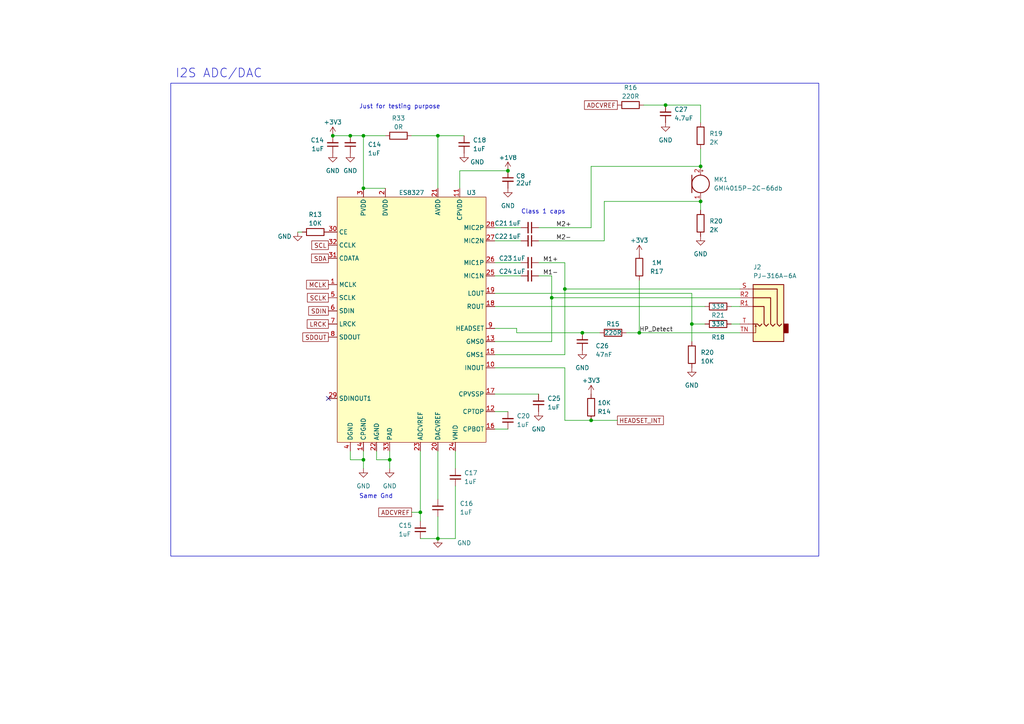
<source format=kicad_sch>
(kicad_sch (version 20230121) (generator eeschema)
  (paper "A4")
  (lib_symbols
    (symbol "Audio:ES8327"
      (property "Reference" "U" (at 0 12.7 0))
      (symbol "ES8327_1_1"
        (rectangle (start -21.59 11.43) (end 21.59 -59.69) (fill (type background)))
        (pin input line (at -24.13 -13.97 0) (length 2.54) (name "MCLK") (number "1"))
        (pin output line (at 24.13 -38.1 180) (length 2.54) (name "INOUT") (number "10"))
        (pin power_in line (at 13.97 13.97 270) (length 2.54) (name "CPVDD") (number "11"))
        (pin power_in line (at 24.13 -50.8 180) (length 2.54) (name "CPTOP") (number "12"))
        (pin input line (at 24.13 -30.48 180) (length 2.54) (name "GMS0") (number "13"))
        (pin power_in line (at -13.97 -62.23 90) (length 2.54) (name "CPGND") (number "14"))
        (pin input line (at 24.13 -34.29 180) (length 2.54) (name "GMS1") (number "15"))
        (pin power_in line (at 24.13 -55.88 180) (length 2.54) (name "CPBOT") (number "16"))
        (pin power_in line (at 24.13 -45.72 180) (length 2.54) (name "CPVSSP") (number "17"))
        (pin output line (at 24.13 -20.32 180) (length 2.54) (name "ROUT") (number "18"))
        (pin output line (at 24.13 -16.51 180) (length 2.54) (name "LOUT") (number "19"))
        (pin power_in line (at -7.62 13.97 270) (length 2.54) (name "DVDD") (number "2"))
        (pin power_in line (at 7.62 -62.23 90) (length 2.54) (name "DACVREF") (number "20"))
        (pin power_in line (at 7.62 13.97 270) (length 2.54) (name "AVDD") (number "21"))
        (pin power_in line (at -10.16 -62.23 90) (length 2.54) (name "AGND") (number "22"))
        (pin power_in line (at 2.54 -62.23 90) (length 2.54) (name "ADCVREF") (number "23"))
        (pin power_in line (at 12.7 -62.23 90) (length 2.54) (name "VMID") (number "24"))
        (pin input line (at 24.13 -11.43 180) (length 2.54) (name "MIC1N") (number "25"))
        (pin input line (at 24.13 -7.62 180) (length 2.54) (name "MIC1P") (number "26"))
        (pin input line (at 24.13 -1.27 180) (length 2.54) (name "MIC2N") (number "27"))
        (pin input line (at 24.13 2.54 180) (length 2.54) (name "MIC2P") (number "28"))
        (pin output line (at -24.13 -46.99 0) (length 2.54) (name "SDINOUT1") (number "29"))
        (pin power_in line (at -13.97 13.97 270) (length 2.54) (name "PVDD") (number "3"))
        (pin input line (at -24.13 1.27 0) (length 2.54) (name "CE") (number "30"))
        (pin input line (at -24.13 -6.35 0) (length 2.54) (name "CDATA") (number "31"))
        (pin input line (at -24.13 -2.54 0) (length 2.54) (name "CCLK") (number "32"))
        (pin power_in line (at -6.35 -62.23 90) (length 2.54) (name "PAD") (number "33"))
        (pin power_in line (at -17.78 -62.23 90) (length 2.54) (name "DGND") (number "4"))
        (pin input line (at -24.13 -17.78 0) (length 2.54) (name "SCLK") (number "5"))
        (pin input line (at -24.13 -21.59 0) (length 2.54) (name "SDIN") (number "6"))
        (pin input line (at -24.13 -25.4 0) (length 2.54) (name "LRCK") (number "7"))
        (pin output line (at -24.13 -29.21 0) (length 2.54) (name "SDOUT") (number "8"))
        (pin input line (at 24.13 -26.67 180) (length 2.54) (name "HEADSET") (number "9"))
      )
    )
    (symbol "Connector_Audio:AudioJack4_SwitchT1"
      (property "Reference" "J" (at 0 11.43 0))
      (property "Value" "AudioJack4_SwitchT1" (at 0 8.89 0))
      (symbol "AudioJack4_SwitchT1_0_1"
        (rectangle (start -7.62 -5.08) (end -8.89 -7.62) (stroke (width 0.254)) (fill (type outline)))
        (polyline (pts (xy 1.27 -5.08) (xy 2.54 -5.08)))
        (polyline (pts (xy 1.27 2.54) (xy 2.54 2.54)))
        (polyline (pts (xy 2.54 0) (xy 1.27 0)))
        (polyline (pts (xy 2.54 5.08) (xy 1.27 5.08)))
        (rectangle (start 1.27 6.35) (end -7.62 -10.16) (stroke (width 0.254)) (fill (type background)))
      )
      (symbol "AudioJack4_SwitchT1_1_1"
        (polyline (pts (xy 0.508 -5.334) (xy 0.762 -5.842)))
        (polyline (pts (xy -1.27 -5.08) (xy -0.635 -5.715) (xy 0 -5.08) (xy 1.27 -5.08)) (stroke (width 0.254)))
        (polyline (pts (xy 2.54 -7.62) (xy 0.508 -7.62) (xy 0.508 -5.334) (xy 0.254 -5.842)))
        (polyline (pts (xy -3.175 -5.08) (xy -2.54 -5.715) (xy -1.905 -5.08) (xy -1.905 0) (xy 1.27 0)) (stroke (width 0.254)))
        (polyline (pts (xy 1.27 2.54) (xy -3.81 2.54) (xy -3.81 -5.08) (xy -4.445 -5.715) (xy -5.08 -5.08)) (stroke (width 0.254)))
        (polyline (pts (xy 1.27 5.08) (xy -5.715 5.08) (xy -5.715 -5.08) (xy -6.35 -5.715) (xy -6.985 -5.08)) (stroke (width 0.254)))
        (pin passive line (at 5.08 0 180) (length 2.54) (name "~") (number "R1"))
        (pin passive line (at 5.08 2.54 180) (length 2.54) (name "~") (number "R2"))
        (pin passive line (at 5.08 5.08 180) (length 2.54) (name "~") (number "S"))
        (pin passive line (at 5.08 -5.08 180) (length 2.54) (name "~") (number "T"))
        (pin passive line (at 5.08 -7.62 180) (length 2.54) (name "~") (number "TN"))
      )
    )
    (symbol "Device:C_Small" (pin_numbers hide) (pin_names (offset 0.254) hide)
      (property "Reference" "C" (at 0.254 1.778 0))
      (property "Value" "C_Small" (at 0.254 -2.032 0))
      (symbol "C_Small_0_1"
        (polyline (pts (xy -1.524 -0.508) (xy 1.524 -0.508)) (stroke (width 0.3302)))
        (polyline (pts (xy -1.524 0.508) (xy 1.524 0.508)) (stroke (width 0.3048)))
      )
      (symbol "C_Small_1_1"
        (pin passive line (at 0 2.54 270) (length 2.032) (name "~") (number "1"))
        (pin passive line (at 0 -2.54 90) (length 2.032) (name "~") (number "2"))
      )
    )
    (symbol "Device:Microphone" (pin_names (offset 0.0254) hide)
      (property "Reference" "MK" (at -3.81 1.27 0))
      (property "Value" "Microphone" (at -3.81 -0.635 0))
      (symbol "Microphone_0_1"
        (polyline (pts (xy -2.54 2.54) (xy -2.54 -2.54)) (stroke (width 0.254)))
        (polyline (pts (xy 0.254 3.81) (xy 0.762 3.81)))
        (polyline (pts (xy 0.508 4.064) (xy 0.508 3.556)))
        (circle (center 0 0) (radius 2.54) (stroke (width 0.254)))
      )
      (symbol "Microphone_1_1"
        (pin passive line (at 0 -5.08 90) (length 2.54) (name "-") (number "1"))
        (pin passive line (at 0 5.08 270) (length 2.54) (name "+") (number "2"))
      )
    )
    (symbol "Device:R" (pin_numbers hide) (pin_names (offset 0))
      (property "Reference" "R" (at 2.032 0 90))
      (property "Value" "R" (at 0 0 90))
      (symbol "R_0_1"
        (rectangle (start -1.016 -2.54) (end 1.016 2.54) (stroke (width 0.254)))
      )
      (symbol "R_1_1"
        (pin passive line (at 0 3.81 270) (length 1.27) (name "~") (number "1"))
        (pin passive line (at 0 -3.81 90) (length 1.27) (name "~") (number "2"))
      )
    )
    (symbol "power:+1V8" (power) (pin_names (offset 0))
      (property "Value" "+1V8" (at 0 3.556 0))
      (symbol "+1V8_0_1"
        (polyline (pts (xy -0.762 1.27) (xy 0 2.54)))
        (polyline (pts (xy 0 0) (xy 0 2.54)))
        (polyline (pts (xy 0 2.54) (xy 0.762 1.27)))
      )
      (symbol "+1V8_1_1"
        (pin power_in line (at 0 0 90) (length 0) hide (name "+1V8") (number "1"))
      )
    )
    (symbol "power:+3V3" (power) (pin_names (offset 0))
      (property "Value" "+3V3" (at 0 3.556 0))
      (symbol "+3V3_0_1"
        (polyline (pts (xy -0.762 1.27) (xy 0 2.54)))
        (polyline (pts (xy 0 0) (xy 0 2.54)))
        (polyline (pts (xy 0 2.54) (xy 0.762 1.27)))
      )
      (symbol "+3V3_1_1"
        (pin power_in line (at 0 0 90) (length 0) hide (name "+3V3") (number "1"))
      )
    )
    (symbol "power:GND" (power) (pin_names (offset 0))
      (property "Value" "GND" (at 0 -3.81 0))
      (symbol "GND_0_1"
        (polyline (pts (xy 0 0) (xy 0 -1.27) (xy 1.27 -1.27) (xy 0 -2.54) (xy -1.27 -1.27) (xy 0 -1.27)))
      )
      (symbol "GND_1_1"
        (pin power_in line (at 0 0 270) (length 0) hide (name "GND") (number "1"))
      )
    )
  )
  (junction (at 185.42 96.52))
  (junction (at 105.41 133.35))
  (junction (at 163.83 83.82))
  (junction (at 121.92 148.59))
  (junction (at 101.6 39.37))
  (junction (at 171.45 121.92))
  (junction (at 96.52 39.37))
  (junction (at 127 39.37))
  (junction (at 160.02 86.36))
  (junction (at 105.41 39.37))
  (junction (at 127 156.21))
  (junction (at 168.91 96.52))
  (junction (at 203.2 58.42))
  (junction (at 203.2 48.26))
  (junction (at 193.04 30.48))
  (junction (at 105.41 54.61))
  (junction (at 113.03 133.35))
  (junction (at 147.32 49.53))
  (junction (at 200.66 93.98))
  (no_connect (at 95.25 115.57))
  (wire (pts (xy 119.38 39.37) (xy 127 39.37)))
  (wire (pts (xy 127 130.81) (xy 127 144.78)))
  (wire (pts (xy 151.13 66.04) (xy 143.51 66.04)))
  (wire (pts (xy 143.51 114.3) (xy 156.21 114.3)))
  (wire (pts (xy 105.41 39.37) (xy 111.76 39.37)))
  (wire (pts (xy 101.6 130.81) (xy 101.6 133.35)))
  (wire (pts (xy 171.45 121.92) (xy 179.07 121.92)))
  (wire (pts (xy 121.92 148.59) (xy 121.92 151.13)))
  (wire (pts (xy 113.03 130.81) (xy 113.03 133.35)))
  (wire (pts (xy 171.45 48.26) (xy 171.45 66.04)))
  (wire (pts (xy 203.2 30.48) (xy 193.04 30.48)))
  (wire (pts (xy 143.51 88.9) (xy 204.47 88.9)))
  (wire (pts (xy 151.13 76.2) (xy 143.51 76.2)))
  (wire (pts (xy 96.52 39.37) (xy 101.6 39.37)))
  (wire (pts (xy 156.21 69.85) (xy 175.26 69.85)))
  (wire (pts (xy 163.83 83.82) (xy 163.83 76.2)))
  (wire (pts (xy 160.02 86.36) (xy 160.02 99.06)))
  (wire (pts (xy 143.51 102.87) (xy 163.83 102.87)))
  (wire (pts (xy 200.66 93.98) (xy 200.66 99.06)))
  (wire (pts (xy 203.2 60.96) (xy 203.2 58.42)))
  (wire (pts (xy 149.86 96.52) (xy 149.86 95.25)))
  (wire (pts (xy 163.83 83.82) (xy 214.63 83.82)))
  (wire (pts (xy 109.22 130.81) (xy 109.22 133.35)))
  (wire (pts (xy 163.83 102.87) (xy 163.83 83.82)))
  (wire (pts (xy 175.26 69.85) (xy 175.26 58.42)))
  (wire (pts (xy 171.45 66.04) (xy 156.21 66.04)))
  (wire (pts (xy 105.41 54.61) (xy 105.41 39.37)))
  (wire (pts (xy 163.83 106.68) (xy 163.83 121.92)))
  (wire (pts (xy 143.51 124.46) (xy 147.32 124.46)))
  (wire (pts (xy 156.21 80.01) (xy 160.02 80.01)))
  (wire (pts (xy 119.38 148.59) (xy 121.92 148.59)))
  (wire (pts (xy 105.41 54.61) (xy 111.76 54.61)))
  (wire (pts (xy 109.22 133.35) (xy 113.03 133.35)))
  (wire (pts (xy 121.92 130.81) (xy 121.92 148.59)))
  (wire (pts (xy 86.36 67.31) (xy 87.63 67.31)))
  (wire (pts (xy 121.92 156.21) (xy 127 156.21)))
  (wire (pts (xy 160.02 86.36) (xy 214.63 86.36)))
  (wire (pts (xy 181.61 96.52) (xy 185.42 96.52)))
  (wire (pts (xy 186.69 30.48) (xy 193.04 30.48)))
  (wire (pts (xy 203.2 35.56) (xy 203.2 30.48)))
  (wire (pts (xy 105.41 133.35) (xy 105.41 135.89)))
  (wire (pts (xy 173.99 96.52) (xy 168.91 96.52)))
  (wire (pts (xy 200.66 93.98) (xy 200.66 85.09)))
  (wire (pts (xy 127 149.86) (xy 127 156.21)))
  (wire (pts (xy 160.02 80.01) (xy 160.02 86.36)))
  (wire (pts (xy 134.62 39.37) (xy 127 39.37)))
  (wire (pts (xy 204.47 93.98) (xy 200.66 93.98)))
  (wire (pts (xy 212.09 88.9) (xy 214.63 88.9)))
  (wire (pts (xy 175.26 58.42) (xy 203.2 58.42)))
  (wire (pts (xy 163.83 121.92) (xy 171.45 121.92)))
  (wire (pts (xy 163.83 76.2) (xy 156.21 76.2)))
  (wire (pts (xy 151.13 80.01) (xy 143.51 80.01)))
  (wire (pts (xy 185.42 96.52) (xy 214.63 96.52)))
  (wire (pts (xy 203.2 48.26) (xy 171.45 48.26)))
  (wire (pts (xy 185.42 96.52) (xy 185.42 81.28)))
  (wire (pts (xy 143.51 106.68) (xy 163.83 106.68)))
  (wire (pts (xy 132.08 156.21) (xy 127 156.21)))
  (wire (pts (xy 149.86 95.25) (xy 143.51 95.25)))
  (wire (pts (xy 101.6 133.35) (xy 105.41 133.35)))
  (wire (pts (xy 212.09 93.98) (xy 214.63 93.98)))
  (wire (pts (xy 133.35 49.53) (xy 133.35 54.61)))
  (wire (pts (xy 147.32 49.53) (xy 133.35 49.53)))
  (wire (pts (xy 200.66 85.09) (xy 143.51 85.09)))
  (wire (pts (xy 143.51 119.38) (xy 147.32 119.38)))
  (wire (pts (xy 127 39.37) (xy 127 54.61)))
  (wire (pts (xy 105.41 133.35) (xy 105.41 130.81)))
  (wire (pts (xy 151.13 69.85) (xy 143.51 69.85)))
  (wire (pts (xy 203.2 43.18) (xy 203.2 48.26)))
  (wire (pts (xy 132.08 140.97) (xy 132.08 156.21)))
  (wire (pts (xy 132.08 130.81) (xy 132.08 135.89)))
  (wire (pts (xy 101.6 39.37) (xy 105.41 39.37)))
  (wire (pts (xy 160.02 99.06) (xy 143.51 99.06)))
  (wire (pts (xy 113.03 133.35) (xy 113.03 135.89)))
  (wire (pts (xy 168.91 96.52) (xy 149.86 96.52)))
  (rectangle (start 49.53 24.13) (end 237.49 161.29))
  (text "Same Gnd" (at 104.14 144.78 0) (effects (font (size 1.27 1.27)) (justify left bottom)))
  (text "Just for testing purpose" (at 104.14 31.75 0) (effects (font (size 1.27 1.27)) (justify left bottom)))
  (text "Class 1 caps" (at 151.13 62.23 0) (effects (font (size 1.27 1.27)) (justify left bottom)))
  (text "I2S ADC/DAC\n" (at 50.8 22.86 0) (effects (font (size 2.54 2.54)) (justify left bottom)))
  (label "HP_Detect" (at 185.42 96.52 0))
  (label "M1-" (at 157.48 80.01 0))
  (label "M2-" (at 161.29 69.85 0))
  (label "M1+" (at 157.48 76.2 0))
  (label "M2+" (at 161.29 66.04 0))
  (global_label "LRCK" (shape passive) (at 95.25 93.98 180) (property "Intersheetrefs" "${INTERSHEET_REFS}" (effects hide)))
  (global_label "SCL" (shape passive) (at 95.25 71.12 180) (property "Intersheetrefs" "${INTERSHEET_REFS}" (effects hide)))
  (global_label "SCLK" (shape passive) (at 95.25 86.36 180) (property "Intersheetrefs" "${INTERSHEET_REFS}" (effects hide)))
  (global_label "SDIN" (shape passive) (at 95.25 90.17 180) (property "Intersheetrefs" "${INTERSHEET_REFS}" (effects hide)))
  (global_label "ADCVREF" (shape passive) (at 119.38 148.59 180) (property "Intersheetrefs" "${INTERSHEET_REFS}" (effects hide)))
  (global_label "HEADSET_INT" (shape passive) (at 179.07 121.92 0) (property "Intersheetrefs" "${INTERSHEET_REFS}" (effects hide)))
  (global_label "SDA" (shape passive) (at 95.25 74.93 180) (property "Intersheetrefs" "${INTERSHEET_REFS}" (effects hide)))
  (global_label "ADCVREF" (shape passive) (at 179.07 30.48 180) (property "Intersheetrefs" "${INTERSHEET_REFS}" (effects hide)))
  (global_label "SDOUT" (shape passive) (at 95.25 97.79 180) (property "Intersheetrefs" "${INTERSHEET_REFS}" (effects hide)))
  (global_label "MCLK" (shape passive) (at 95.25 82.55 180) (property "Intersheetrefs" "${INTERSHEET_REFS}" (effects hide)))
  (symbol (lib_id "Device:R") (at 208.28 93.98 90) (unit 1)
    (property "Reference" "R18" (at 208.28 97.79 90))
    (property "Value" "33R" (at 208.28 93.98 90))
    (property "Footprint" "Resistor_SMD:R_0402_1005Metric" (effects hide))
    (instances (project "Music_32_V2" (path "" (reference "R18") (unit 1))) (project "Audio test board" (path "" (reference "R?") (unit 1))) (project "Music32v3" (path "" (reference "R28") (unit 1)) (path "" (reference "R33") (unit 1))) (project "Ipod" (path "" (reference "R?") (unit 1)) (path "" (reference "R16") (unit 1))))
  )
  (symbol (lib_id "power:GND") (at 101.6 44.45 0) (unit 1)
    (property "Reference" "#PWR030" (effects hide))
    (property "Value" "GND" (at 101.6 49.53 0))
    (instances (project "Music_32_V2" (path "" (reference "#PWR030") (unit 1))) (project "Audio test board" (path "" (reference "#PWR?") (unit 1))) (project "Music32v3" (path "" (reference "#PWR079") (unit 1)) (path "" (reference "#PWR082") (unit 1))) (project "Ipod" (path "" (reference "#PWR?") (unit 1)) (path "" (reference "#PWR024") (unit 1))))
  )
  (symbol (lib_id "Connector_Audio:AudioJack4_SwitchT1") (at 219.71 88.9 0) (mirror y) (unit 1)
    (property "Reference" "J2" (at 218.44 77.47 0) (effects (justify right)))
    (property "Value" "PJ-316A-6A" (at 218.44 80.01 0) (effects (justify right)))
    (property "Footprint" "Music:PJ-316A-6A" (effects hide))
    (instances (project "Music_32_V2" (path "" (reference "J2") (unit 1))) (project "Audio test board" (path "" (reference "J?") (unit 1))) (project "Music32v3" (path "" (reference "J2") (unit 1)) (path "" (reference "J2") (unit 1))) (project "Ipod" (path "" (reference "J?") (unit 1)) (path "" (reference "J1") (unit 1))))
  )
  (symbol (lib_id "Device:C_Small") (at 156.21 116.84 180) (unit 1)
    (property "Reference" "C25" (at 158.75 115.57 0) (effects (justify right)))
    (property "Value" "1uF" (at 158.75 118.11 0) (effects (justify right)))
    (property "Footprint" "Capacitor_SMD:C_0402_1005Metric" (effects hide))
    (instances (project "Music_32_V2" (path "" (reference "C25") (unit 1))) (project "Audio test board" (path "" (reference "C?") (unit 1))) (project "Music32v3" (path "" (reference "C52") (unit 1)) (path "" (reference "C45") (unit 1))) (project "Ipod" (path "" (reference "C?") (unit 1)) (path "" (reference "C23") (unit 1))))
  )
  (symbol (lib_id "power:GND") (at 193.04 35.56 0) (unit 1)
    (property "Reference" "#PWR042" (effects hide))
    (property "Value" "GND" (at 193.04 40.64 0))
    (instances (project "Music_32_V2" (path "" (reference "#PWR042") (unit 1))) (project "Audio test board" (path "" (reference "#PWR?") (unit 1))) (project "Music32v3" (path "" (reference "#PWR0100") (unit 1)) (path "" (reference "#PWR093") (unit 1))) (project "Ipod" (path "" (reference "#PWR?") (unit 1)) (path "" (reference "#PWR036") (unit 1))))
  )
  (symbol (lib_id "power:GND") (at 105.41 135.89 0) (unit 1)
    (property "Reference" "#PWR031" (effects hide))
    (property "Value" "GND" (at 105.41 140.97 0))
    (instances (project "Music_32_V2" (path "" (reference "#PWR031") (unit 1))) (project "Audio test board" (path "" (reference "#PWR?") (unit 1))) (project "Music32v3" (path "" (reference "#PWR089") (unit 1)) (path "" (reference "#PWR083") (unit 1))) (project "Ipod" (path "" (reference "#PWR?") (unit 1)) (path "" (reference "#PWR025") (unit 1))))
  )
  (symbol (lib_id "power:+3V3") (at 185.42 73.66 0) (unit 1)
    (property "Reference" "#PWR011" (effects hide))
    (property "Value" "+3V3" (at 185.42 69.715 0))
    (instances (project "Music32v3" (path "" (reference "#PWR011") (unit 1)) (path "" (reference "#PWR092") (unit 1))))
  )
  (symbol (lib_id "Device:C_Small") (at 147.32 52.07 0) (unit 1)
    (property "Reference" "C8" (at 149.6441 51.0523 0) (effects (justify left)))
    (property "Value" "22uf" (at 149.6441 53.1003 0) (effects (justify left)))
    (property "Footprint" "Capacitor_SMD:C_0805_2012Metric" (effects hide))
    (instances (project "Music32v3" (path "" (reference "C8") (unit 1)) (path "" (reference "C34") (unit 1)) (path "" (reference "C39") (unit 1))))
  )
  (symbol (lib_id "Device:C_Small") (at 101.6 41.91 180) (unit 1)
    (property "Reference" "C14" (at 106.68 41.91 0) (effects (justify right)))
    (property "Value" "1uF" (at 106.68 44.45 0) (effects (justify right)))
    (property "Footprint" "Capacitor_SMD:C_0402_1005Metric" (effects hide))
    (instances (project "Music_32_V2" (path "" (reference "C14") (unit 1))) (project "Audio test board" (path "" (reference "C?") (unit 1))) (project "Music32v3" (path "" (reference "C27") (unit 1)) (path "" (reference "C34") (unit 1))) (project "Ipod" (path "" (reference "C?") (unit 1)) (path "" (reference "C12") (unit 1))))
  )
  (symbol (lib_id "Device:C_Small") (at 153.67 66.04 270) (unit 1)
    (property "Reference" "C21" (at 147.32 64.77 90) (effects (justify right)))
    (property "Value" "1uF" (at 151.13 64.77 90) (effects (justify right)))
    (property "Footprint" "Capacitor_SMD:C_0402_1005Metric" (effects hide))
    (instances (project "Music_32_V2" (path "" (reference "C21") (unit 1))) (project "Audio test board" (path "" (reference "C?") (unit 1))) (project "Music32v3" (path "" (reference "C48") (unit 1)) (path "" (reference "C41") (unit 1))) (project "Ipod" (path "" (reference "C?") (unit 1)) (path "" (reference "C19") (unit 1))))
  )
  (symbol (lib_id "Device:R") (at 182.88 30.48 90) (unit 1)
    (property "Reference" "R16" (at 182.88 25.4 90))
    (property "Value" "220R" (at 182.88 27.94 90))
    (property "Footprint" "Resistor_SMD:R_0402_1005Metric" (effects hide))
    (instances (project "Music_32_V2" (path "" (reference "R16") (unit 1))) (project "Audio test board" (path "" (reference "R?") (unit 1))) (project "Music32v3" (path "" (reference "R26") (unit 1)) (path "" (reference "R27") (unit 1))) (project "Ipod" (path "" (reference "R?") (unit 1)) (path "" (reference "R14") (unit 1))))
  )
  (symbol (lib_id "Device:R") (at 203.2 64.77 0) (unit 1)
    (property "Reference" "R20" (at 205.74 64.135 0) (effects (justify left)))
    (property "Value" "2K" (at 205.74 66.675 0) (effects (justify left)))
    (property "Footprint" "Resistor_SMD:R_0402_1005Metric" (effects hide))
    (instances (project "Music_32_V2" (path "" (reference "R20") (unit 1))) (project "Audio test board" (path "" (reference "R?") (unit 1))) (project "Music32v3" (path "" (reference "R30") (unit 1)) (path "" (reference "R31") (unit 1))) (project "Ipod" (path "" (reference "R?") (unit 1)) (path "" (reference "R18") (unit 1))))
  )
  (symbol (lib_id "Device:Microphone") (at 203.2 53.34 0) (unit 1)
    (property "Reference" "MK1" (at 207.01 52.07 0) (effects (justify left)))
    (property "Value" "GMI4015P-2C-66db" (at 207.01 54.61 0) (effects (justify left)))
    (property "Footprint" "Music:GMI4015P-2C-66db" (effects hide))
    (instances (project "Music_32_V2" (path "" (reference "MK1") (unit 1))) (project "Audio test board" (path "" (reference "MK?") (unit 1))) (project "Music32v3" (path "" (reference "MK1") (unit 1)) (path "" (reference "MK1") (unit 1))) (project "Ipod" (path "" (reference "MK?") (unit 1)) (path "" (reference "MK1") (unit 1))))
  )
  (symbol (lib_id "Device:R") (at 177.8 96.52 270) (unit 1)
    (property "Reference" "R15" (at 177.8 93.98 90))
    (property "Value" "220R" (at 177.8 96.52 90))
    (property "Footprint" "Resistor_SMD:R_0402_1005Metric" (effects hide))
    (instances (project "Music_32_V2" (path "" (reference "R15") (unit 1))) (project "Audio test board" (path "" (reference "R?") (unit 1))) (project "Music32v3" (path "" (reference "R25") (unit 1)) (path "" (reference "R26") (unit 1))) (project "Ipod" (path "" (reference "R?") (unit 1)) (path "" (reference "R13") (unit 1))))
  )
  (symbol (lib_id "Device:R") (at 115.57 39.37 90) (unit 1)
    (property "Reference" "R33" (at 115.57 34.29 90))
    (property "Value" "0R" (at 115.57 36.83 90))
    (property "Footprint" "Resistor_SMD:R_0402_1005Metric" (effects hide))
    (instances (project "Music32v3" (path "" (reference "R33") (unit 1)) (path "" (reference "R24") (unit 1))))
  )
  (symbol (lib_id "Device:R") (at 200.66 102.87 0) (unit 1)
    (property "Reference" "R20" (at 203.2 102.235 0) (effects (justify left)))
    (property "Value" "10K" (at 203.2 104.775 0) (effects (justify left)))
    (property "Footprint" "Resistor_SMD:R_0402_1005Metric" (effects hide))
    (instances (project "Music_32_V2" (path "" (reference "R20") (unit 1))) (project "Audio test board" (path "" (reference "R?") (unit 1))) (project "Music32v3" (path "" (reference "R32") (unit 1)) (path "" (reference "R29") (unit 1))) (project "Ipod" (path "" (reference "R?") (unit 1)) (path "" (reference "R18") (unit 1))))
  )
  (symbol (lib_id "Device:R") (at 91.44 67.31 90) (unit 1)
    (property "Reference" "R13" (at 91.44 62.23 90))
    (property "Value" "10K" (at 91.44 64.77 90))
    (property "Footprint" "Resistor_SMD:R_0402_1005Metric" (effects hide))
    (instances (project "Music_32_V2" (path "" (reference "R13") (unit 1))) (project "Audio test board" (path "" (reference "R?") (unit 1))) (project "Music32v3" (path "" (reference "R23") (unit 1)) (path "" (reference "R23") (unit 1))) (project "Ipod" (path "" (reference "R?") (unit 1)) (path "" (reference "R11") (unit 1))))
  )
  (symbol (lib_id "power:GND") (at 200.66 106.68 0) (unit 1)
    (property "Reference" "#PWR038" (effects hide))
    (property "Value" "GND" (at 200.66 111.76 0))
    (instances (project "Music_32_V2" (path "" (reference "#PWR038") (unit 1))) (project "Audio test board" (path "" (reference "#PWR?") (unit 1))) (project "Music32v3" (path "" (reference "#PWR078") (unit 1)) (path "" (reference "#PWR094") (unit 1))) (project "Ipod" (path "" (reference "#PWR?") (unit 1)) (path "" (reference "#PWR032") (unit 1))))
  )
  (symbol (lib_id "Device:C_Small") (at 153.67 76.2 270) (unit 1)
    (property "Reference" "C23" (at 148.59 74.93 90) (effects (justify right)))
    (property "Value" "1uF" (at 152.4 74.93 90) (effects (justify right)))
    (property "Footprint" "Capacitor_SMD:C_0402_1005Metric" (effects hide))
    (instances (project "Music_32_V2" (path "" (reference "C23") (unit 1))) (project "Audio test board" (path "" (reference "C?") (unit 1))) (project "Music32v3" (path "" (reference "C50") (unit 1)) (path "" (reference "C43") (unit 1))) (project "Ipod" (path "" (reference "C?") (unit 1)) (path "" (reference "C21") (unit 1))))
  )
  (symbol (lib_id "Device:C_Small") (at 121.92 153.67 180) (unit 1)
    (property "Reference" "C15" (at 115.57 152.4 0) (effects (justify right)))
    (property "Value" "1uF" (at 115.57 154.94 0) (effects (justify right)))
    (property "Footprint" "Capacitor_SMD:C_0402_1005Metric" (effects hide))
    (instances (project "Music_32_V2" (path "" (reference "C15") (unit 1))) (project "Audio test board" (path "" (reference "C?") (unit 1))) (project "Music32v3" (path "" (reference "C42") (unit 1)) (path "" (reference "C35") (unit 1))) (project "Ipod" (path "" (reference "C?") (unit 1)) (path "" (reference "C13") (unit 1))))
  )
  (symbol (lib_id "Device:C_Small") (at 96.52 41.91 0) (mirror x) (unit 1)
    (property "Reference" "C14" (at 93.98 40.64 0) (effects (justify right)))
    (property "Value" "1uF" (at 93.98 43.18 0) (effects (justify right)))
    (property "Footprint" "Capacitor_SMD:C_0402_1005Metric" (effects hide))
    (instances (project "Music_32_V2" (path "" (reference "C14") (unit 1))) (project "Audio test board" (path "" (reference "C?") (unit 1))) (project "Music32v3" (path "" (reference "C41") (unit 1)) (path "" (reference "C27") (unit 1))) (project "Ipod" (path "" (reference "C?") (unit 1)) (path "" (reference "C12") (unit 1))))
  )
  (symbol (lib_id "power:GND") (at 86.36 67.31 0) (unit 1)
    (property "Reference" "#PWR028" (effects hide))
    (property "Value" "GND" (at 82.55 68.58 0))
    (instances (project "Music_32_V2" (path "" (reference "#PWR028") (unit 1))) (project "Audio test board" (path "" (reference "#PWR?") (unit 1))) (project "Music32v3" (path "" (reference "#PWR086") (unit 1)) (path "" (reference "#PWR079") (unit 1))) (project "Ipod" (path "" (reference "#PWR?") (unit 1)) (path "" (reference "#PWR022") (unit 1))))
  )
  (symbol (lib_id "power:GND") (at 168.91 101.6 0) (unit 1)
    (property "Reference" "#PWR039" (effects hide))
    (property "Value" "GND" (at 168.91 106.68 0))
    (instances (project "Music_32_V2" (path "" (reference "#PWR039") (unit 1))) (project "Audio test board" (path "" (reference "#PWR?") (unit 1))) (project "Music32v3" (path "" (reference "#PWR097") (unit 1)) (path "" (reference "#PWR090") (unit 1))) (project "Ipod" (path "" (reference "#PWR?") (unit 1)) (path "" (reference "#PWR033") (unit 1))))
  )
  (symbol (lib_id "Device:C_Small") (at 168.91 99.06 180) (unit 1)
    (property "Reference" "C26" (at 172.72 100.33 0) (effects (justify right)))
    (property "Value" "47nF" (at 172.72 102.87 0) (effects (justify right)))
    (property "Footprint" "Capacitor_SMD:C_0402_1005Metric" (effects hide))
    (instances (project "Music_32_V2" (path "" (reference "C26") (unit 1))) (project "Audio test board" (path "" (reference "C?") (unit 1))) (project "Music32v3" (path "" (reference "C53") (unit 1)) (path "" (reference "C46") (unit 1))) (project "Ipod" (path "" (reference "C?") (unit 1)) (path "" (reference "C24") (unit 1))))
  )
  (symbol (lib_id "Audio:ES8327") (at 119.38 68.58 0) (unit 1)
    (property "Reference" "U3" (at 135.3059 55.88 0) (effects (justify left)))
    (property "Value" "ES8327" (at 119.38 55.88 0))
    (property "Footprint" "Package_DFN_QFN:QFN-32-1EP_4x4mm_P0.4mm_EP2.9x2.9mm_ThermalVias" (effects hide))
    (instances (project "Music_32_V2" (path "" (reference "U3") (unit 1))) (project "Audio test board" (path "" (reference "U?") (unit 1))) (project "Music32v3" (path "" (reference "U23") (unit 1)) (path "" (reference "U21") (unit 1))) (project "Ipod" (path "" (reference "U?") (unit 1)) (path "" (reference "U2") (unit 1))))
  )
  (symbol (lib_id "Device:C_Small") (at 193.04 33.02 180) (unit 1)
    (property "Reference" "C27" (at 195.58 31.75 0) (effects (justify right)))
    (property "Value" "4.7uF" (at 195.58 34.29 0) (effects (justify right)))
    (property "Footprint" "Capacitor_SMD:C_0402_1005Metric" (effects hide))
    (instances (project "Music_32_V2" (path "" (reference "C27") (unit 1))) (project "Audio test board" (path "" (reference "C?") (unit 1))) (project "Music32v3" (path "" (reference "C54") (unit 1)) (path "" (reference "C47") (unit 1))) (project "Ipod" (path "" (reference "C?") (unit 1)) (path "" (reference "C25") (unit 1))))
  )
  (symbol (lib_id "Device:C_Small") (at 132.08 138.43 180) (unit 1)
    (property "Reference" "C17" (at 134.62 137.16 0) (effects (justify right)))
    (property "Value" "1uF" (at 134.62 139.7 0) (effects (justify right)))
    (property "Footprint" "Capacitor_SMD:C_0402_1005Metric" (effects hide))
    (instances (project "Music_32_V2" (path "" (reference "C17") (unit 1))) (project "Audio test board" (path "" (reference "C?") (unit 1))) (project "Music32v3" (path "" (reference "C44") (unit 1)) (path "" (reference "C37") (unit 1))) (project "Ipod" (path "" (reference "C?") (unit 1)) (path "" (reference "C15") (unit 1))))
  )
  (symbol (lib_id "Device:R") (at 203.2 39.37 0) (unit 1)
    (property "Reference" "R19" (at 205.74 38.735 0) (effects (justify left)))
    (property "Value" "2K" (at 205.74 41.275 0) (effects (justify left)))
    (property "Footprint" "Resistor_SMD:R_0402_1005Metric" (effects hide))
    (instances (project "Music_32_V2" (path "" (reference "R19") (unit 1))) (project "Audio test board" (path "" (reference "R?") (unit 1))) (project "Music32v3" (path "" (reference "R29") (unit 1)) (path "" (reference "R30") (unit 1))) (project "Ipod" (path "" (reference "R?") (unit 1)) (path "" (reference "R17") (unit 1))))
  )
  (symbol (lib_id "Device:R") (at 185.42 77.47 0) (unit 1)
    (property "Reference" "R17" (at 190.5 78.74 0))
    (property "Value" "1M" (at 190.5 76.2 0))
    (property "Footprint" "Resistor_SMD:R_0402_1005Metric" (effects hide))
    (instances (project "Music_32_V2" (path "" (reference "R17") (unit 1))) (project "Audio test board" (path "" (reference "R?") (unit 1))) (project "Music32v3" (path "" (reference "R27") (unit 1)) (path "" (reference "R28") (unit 1))) (project "Ipod" (path "" (reference "R?") (unit 1)) (path "" (reference "R15") (unit 1))))
  )
  (symbol (lib_id "power:GND") (at 96.52 44.45 0) (mirror y) (unit 1)
    (property "Reference" "#PWR030" (effects hide))
    (property "Value" "GND" (at 96.52 49.53 0))
    (instances (project "Music_32_V2" (path "" (reference "#PWR030") (unit 1))) (project "Audio test board" (path "" (reference "#PWR?") (unit 1))) (project "Music32v3" (path "" (reference "#PWR088") (unit 1)) (path "" (reference "#PWR081") (unit 1))) (project "Ipod" (path "" (reference "#PWR?") (unit 1)) (path "" (reference "#PWR024") (unit 1))))
  )
  (symbol (lib_id "power:+1V8") (at 147.32 49.53 0) (unit 1)
    (property "Reference" "#PWR036" (effects hide))
    (property "Value" "+1V8" (at 147.32 45.72 0))
    (instances (project "Music_32_V2" (path "" (reference "#PWR036") (unit 1))) (project "Audio test board" (path "" (reference "#PWR?") (unit 1))) (project "Music32v3" (path "" (reference "#PWR094") (unit 1)) (path "" (reference "#PWR087") (unit 1))) (project "Ipod" (path "" (reference "#PWR?") (unit 1)) (path "" (reference "#PWR030") (unit 1))))
  )
  (symbol (lib_id "Device:R") (at 171.45 118.11 0) (unit 1)
    (property "Reference" "R14" (at 175.26 119.38 0))
    (property "Value" "10K" (at 175.26 116.84 0))
    (property "Footprint" "Resistor_SMD:R_0402_1005Metric" (effects hide))
    (instances (project "Music_32_V2" (path "" (reference "R14") (unit 1))) (project "Audio test board" (path "" (reference "R?") (unit 1))) (project "Music32v3" (path "" (reference "R24") (unit 1)) (path "" (reference "R25") (unit 1))) (project "Ipod" (path "" (reference "R?") (unit 1)) (path "" (reference "R12") (unit 1))))
  )
  (symbol (lib_id "power:+3V3") (at 96.52 39.37 0) (unit 1)
    (property "Reference" "#PWR011" (effects hide))
    (property "Value" "+3V3" (at 96.52 35.425 0))
    (instances (project "Music32v3" (path "" (reference "#PWR011") (unit 1)) (path "" (reference "#PWR080") (unit 1))))
  )
  (symbol (lib_id "power:GND") (at 134.62 44.45 0) (unit 1)
    (property "Reference" "#PWR035" (effects hide))
    (property "Value" "GND" (at 138.43 46.99 0))
    (instances (project "Music_32_V2" (path "" (reference "#PWR035") (unit 1))) (project "Audio test board" (path "" (reference "#PWR?") (unit 1))) (project "Music32v3" (path "" (reference "#PWR093") (unit 1)) (path "" (reference "#PWR086") (unit 1))) (project "Ipod" (path "" (reference "#PWR?") (unit 1)) (path "" (reference "#PWR029") (unit 1))))
  )
  (symbol (lib_id "Device:C_Small") (at 153.67 80.01 270) (unit 1)
    (property "Reference" "C24" (at 148.59 78.74 90) (effects (justify right)))
    (property "Value" "1uF" (at 152.4 78.74 90) (effects (justify right)))
    (property "Footprint" "Capacitor_SMD:C_0402_1005Metric" (effects hide))
    (instances (project "Music_32_V2" (path "" (reference "C24") (unit 1))) (project "Audio test board" (path "" (reference "C?") (unit 1))) (project "Music32v3" (path "" (reference "C51") (unit 1)) (path "" (reference "C44") (unit 1))) (project "Ipod" (path "" (reference "C?") (unit 1)) (path "" (reference "C22") (unit 1))))
  )
  (symbol (lib_id "Device:R") (at 208.28 88.9 90) (unit 1)
    (property "Reference" "R21" (at 208.28 91.44 90))
    (property "Value" "33R" (at 208.28 88.9 90))
    (property "Footprint" "Resistor_SMD:R_0402_1005Metric" (effects hide))
    (instances (project "Music_32_V2" (path "" (reference "R21") (unit 1))) (project "Audio test board" (path "" (reference "R?") (unit 1))) (project "Music32v3" (path "" (reference "R31") (unit 1)) (path "" (reference "R32") (unit 1))) (project "Ipod" (path "" (reference "R?") (unit 1)) (path "" (reference "R19") (unit 1))))
  )
  (symbol (lib_id "power:GND") (at 156.21 119.38 0) (unit 1)
    (property "Reference" "#PWR038" (effects hide))
    (property "Value" "GND" (at 156.21 124.46 0))
    (instances (project "Music_32_V2" (path "" (reference "#PWR038") (unit 1))) (project "Audio test board" (path "" (reference "#PWR?") (unit 1))) (project "Music32v3" (path "" (reference "#PWR096") (unit 1)) (path "" (reference "#PWR089") (unit 1))) (project "Ipod" (path "" (reference "#PWR?") (unit 1)) (path "" (reference "#PWR032") (unit 1))))
  )
  (symbol (lib_id "power:GND") (at 113.03 135.89 0) (unit 1)
    (property "Reference" "#PWR032" (effects hide))
    (property "Value" "GND" (at 113.03 140.97 0))
    (instances (project "Music_32_V2" (path "" (reference "#PWR032") (unit 1))) (project "Audio test board" (path "" (reference "#PWR?") (unit 1))) (project "Music32v3" (path "" (reference "#PWR090") (unit 1)) (path "" (reference "#PWR084") (unit 1))) (project "Ipod" (path "" (reference "#PWR?") (unit 1)) (path "" (reference "#PWR026") (unit 1))))
  )
  (symbol (lib_id "power:GND") (at 147.32 54.61 0) (unit 1)
    (property "Reference" "#PWR037" (effects hide))
    (property "Value" "GND" (at 147.32 59.69 0))
    (instances (project "Music_32_V2" (path "" (reference "#PWR037") (unit 1))) (project "Audio test board" (path "" (reference "#PWR?") (unit 1))) (project "Music32v3" (path "" (reference "#PWR095") (unit 1)) (path "" (reference "#PWR088") (unit 1))) (project "Ipod" (path "" (reference "#PWR?") (unit 1)) (path "" (reference "#PWR031") (unit 1))))
  )
  (symbol (lib_id "Device:C_Small") (at 153.67 69.85 270) (unit 1)
    (property "Reference" "C22" (at 147.32 68.58 90) (effects (justify right)))
    (property "Value" "1uF" (at 151.13 68.58 90) (effects (justify right)))
    (property "Footprint" "Capacitor_SMD:C_0402_1005Metric" (effects hide))
    (instances (project "Music_32_V2" (path "" (reference "C22") (unit 1))) (project "Audio test board" (path "" (reference "C?") (unit 1))) (project "Music32v3" (path "" (reference "C49") (unit 1)) (path "" (reference "C42") (unit 1))) (project "Ipod" (path "" (reference "C?") (unit 1)) (path "" (reference "C20") (unit 1))))
  )
  (symbol (lib_id "Device:C_Small") (at 147.32 121.92 180) (unit 1)
    (property "Reference" "C20" (at 149.86 120.65 0) (effects (justify right)))
    (property "Value" "1uF" (at 149.86 123.19 0) (effects (justify right)))
    (property "Footprint" "Capacitor_SMD:C_0402_1005Metric" (effects hide))
    (instances (project "Music_32_V2" (path "" (reference "C20") (unit 1))) (project "Audio test board" (path "" (reference "C?") (unit 1))) (project "Music32v3" (path "" (reference "C47") (unit 1)) (path "" (reference "C40") (unit 1))) (project "Ipod" (path "" (reference "C?") (unit 1)) (path "" (reference "C18") (unit 1))))
  )
  (symbol (lib_id "power:GND") (at 203.2 68.58 0) (unit 1)
    (property "Reference" "#PWR043" (effects hide))
    (property "Value" "GND" (at 203.2 73.66 0))
    (instances (project "Music_32_V2" (path "" (reference "#PWR043") (unit 1))) (project "Audio test board" (path "" (reference "#PWR?") (unit 1))) (project "Music32v3" (path "" (reference "#PWR0101") (unit 1)) (path "" (reference "#PWR095") (unit 1))) (project "Ipod" (path "" (reference "#PWR?") (unit 1)) (path "" (reference "#PWR037") (unit 1))))
  )
  (symbol (lib_id "Device:C_Small") (at 127 147.32 180) (unit 1)
    (property "Reference" "C16" (at 133.35 146.05 0) (effects (justify right)))
    (property "Value" "1uF" (at 133.35 148.59 0) (effects (justify right)))
    (property "Footprint" "Capacitor_SMD:C_0402_1005Metric" (effects hide))
    (instances (project "Music_32_V2" (path "" (reference "C16") (unit 1))) (project "Audio test board" (path "" (reference "C?") (unit 1))) (project "Music32v3" (path "" (reference "C43") (unit 1)) (path "" (reference "C36") (unit 1))) (project "Ipod" (path "" (reference "C?") (unit 1)) (path "" (reference "C14") (unit 1))))
  )
  (symbol (lib_id "power:GND") (at 127 156.21 0) (unit 1)
    (property "Reference" "#PWR033" (effects hide))
    (property "Value" "GND" (at 134.62 157.48 0))
    (instances (project "Music_32_V2" (path "" (reference "#PWR033") (unit 1))) (project "Audio test board" (path "" (reference "#PWR?") (unit 1))) (project "Music32v3" (path "" (reference "#PWR091") (unit 1)) (path "" (reference "#PWR085") (unit 1))) (project "Ipod" (path "" (reference "#PWR?") (unit 1)) (path "" (reference "#PWR027") (unit 1))))
  )
  (symbol (lib_id "power:+3V3") (at 171.45 114.3 0) (unit 1)
    (property "Reference" "#PWR011" (effects hide))
    (property "Value" "+3V3" (at 171.45 110.355 0))
    (instances (project "Music32v3" (path "" (reference "#PWR011") (unit 1)) (path "" (reference "#PWR091") (unit 1))))
  )
  (symbol (lib_id "Device:C_Small") (at 134.62 41.91 180) (unit 1)
    (property "Reference" "C18" (at 137.16 40.64 0) (effects (justify right)))
    (property "Value" "1uF" (at 137.16 43.18 0) (effects (justify right)))
    (property "Footprint" "Capacitor_SMD:C_0402_1005Metric" (effects hide))
    (instances (project "Music_32_V2" (path "" (reference "C18") (unit 1))) (project "Audio test board" (path "" (reference "C?") (unit 1))) (project "Music32v3" (path "" (reference "C45") (unit 1)) (path "" (reference "C38") (unit 1))) (project "Ipod" (path "" (reference "C?") (unit 1)) (path "" (reference "C16") (unit 1))))
  )
)
</source>
